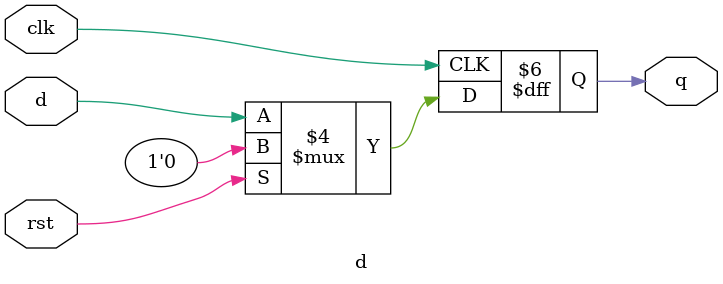
<source format=v>
module d(d,clk,rst,q);
input d,clk,rst;
output reg q;
always @ (posedge clk)
begin 
if (rst==1)
q=1'b0;
else
q=d;
end
endmodule

</source>
